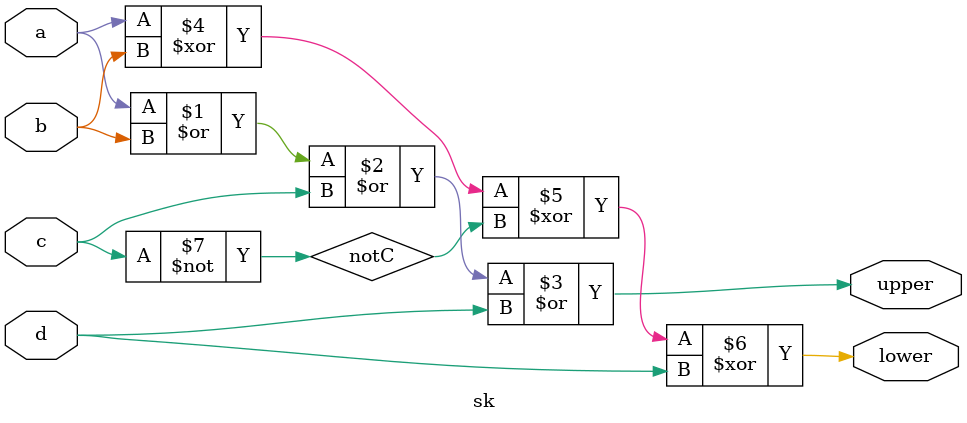
<source format=v>
module sk(upper, lower, a, b, c, d);
output upper, lower;
input a,b,c,d;

or (upper, a, b, c, d);
not (notC, c);
xor (lower, a, b, notC, d);

endmodule


</source>
